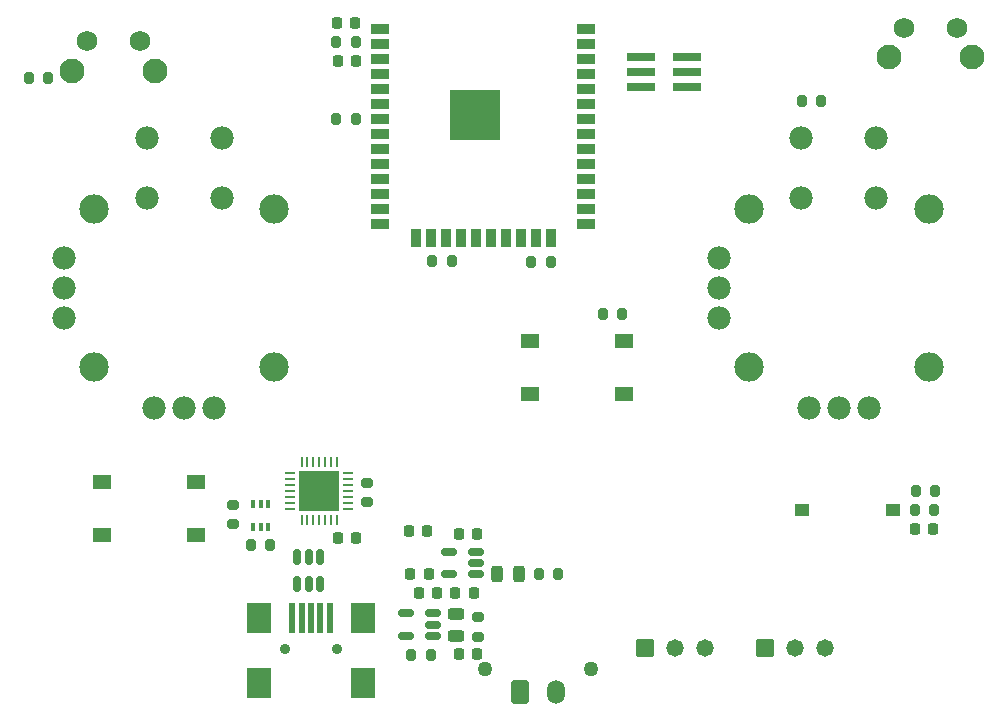
<source format=gbr>
%TF.GenerationSoftware,KiCad,Pcbnew,8.0.6*%
%TF.CreationDate,2025-03-25T19:51:35+01:00*%
%TF.ProjectId,CONTROL WIFI ESP32 S3 V4.0,434f4e54-524f-44c2-9057-494649204553,rev?*%
%TF.SameCoordinates,Original*%
%TF.FileFunction,Soldermask,Top*%
%TF.FilePolarity,Negative*%
%FSLAX46Y46*%
G04 Gerber Fmt 4.6, Leading zero omitted, Abs format (unit mm)*
G04 Created by KiCad (PCBNEW 8.0.6) date 2025-03-25 19:51:35*
%MOMM*%
%LPD*%
G01*
G04 APERTURE LIST*
G04 Aperture macros list*
%AMRoundRect*
0 Rectangle with rounded corners*
0 $1 Rounding radius*
0 $2 $3 $4 $5 $6 $7 $8 $9 X,Y pos of 4 corners*
0 Add a 4 corners polygon primitive as box body*
4,1,4,$2,$3,$4,$5,$6,$7,$8,$9,$2,$3,0*
0 Add four circle primitives for the rounded corners*
1,1,$1+$1,$2,$3*
1,1,$1+$1,$4,$5*
1,1,$1+$1,$6,$7*
1,1,$1+$1,$8,$9*
0 Add four rect primitives between the rounded corners*
20,1,$1+$1,$2,$3,$4,$5,0*
20,1,$1+$1,$4,$5,$6,$7,0*
20,1,$1+$1,$6,$7,$8,$9,0*
20,1,$1+$1,$8,$9,$2,$3,0*%
G04 Aperture macros list end*
%ADD10RoundRect,0.200000X-0.275000X0.200000X-0.275000X-0.200000X0.275000X-0.200000X0.275000X0.200000X0*%
%ADD11RoundRect,0.102000X-0.634000X-0.634000X0.634000X-0.634000X0.634000X0.634000X-0.634000X0.634000X0*%
%ADD12C,1.472000*%
%ADD13RoundRect,0.100000X0.100000X-0.225000X0.100000X0.225000X-0.100000X0.225000X-0.100000X-0.225000X0*%
%ADD14R,1.500000X0.900000*%
%ADD15R,0.900000X1.500000*%
%ADD16C,0.600000*%
%ADD17R,4.200000X4.200000*%
%ADD18RoundRect,0.150000X0.512500X0.150000X-0.512500X0.150000X-0.512500X-0.150000X0.512500X-0.150000X0*%
%ADD19RoundRect,0.200000X0.275000X-0.200000X0.275000X0.200000X-0.275000X0.200000X-0.275000X-0.200000X0*%
%ADD20RoundRect,0.225000X0.225000X0.250000X-0.225000X0.250000X-0.225000X-0.250000X0.225000X-0.250000X0*%
%ADD21C,2.100000*%
%ADD22C,1.750000*%
%ADD23RoundRect,0.243750X-0.243750X-0.456250X0.243750X-0.456250X0.243750X0.456250X-0.243750X0.456250X0*%
%ADD24RoundRect,0.200000X0.200000X0.275000X-0.200000X0.275000X-0.200000X-0.275000X0.200000X-0.275000X0*%
%ADD25RoundRect,0.243750X0.456250X-0.243750X0.456250X0.243750X-0.456250X0.243750X-0.456250X-0.243750X0*%
%ADD26RoundRect,0.225000X-0.225000X-0.250000X0.225000X-0.250000X0.225000X0.250000X-0.225000X0.250000X0*%
%ADD27RoundRect,0.218750X0.218750X0.256250X-0.218750X0.256250X-0.218750X-0.256250X0.218750X-0.256250X0*%
%ADD28R,1.550000X1.300000*%
%ADD29RoundRect,0.200000X-0.200000X-0.275000X0.200000X-0.275000X0.200000X0.275000X-0.200000X0.275000X0*%
%ADD30R,2.400000X0.740000*%
%ADD31RoundRect,0.062500X0.062500X-0.337500X0.062500X0.337500X-0.062500X0.337500X-0.062500X-0.337500X0*%
%ADD32RoundRect,0.062500X0.337500X-0.062500X0.337500X0.062500X-0.337500X0.062500X-0.337500X-0.062500X0*%
%ADD33R,3.350000X3.350000*%
%ADD34R,1.250000X1.000000*%
%ADD35C,1.270000*%
%ADD36RoundRect,0.250001X-0.499999X-0.759999X0.499999X-0.759999X0.499999X0.759999X-0.499999X0.759999X0*%
%ADD37O,1.500000X2.020000*%
%ADD38RoundRect,0.150000X0.150000X-0.512500X0.150000X0.512500X-0.150000X0.512500X-0.150000X-0.512500X0*%
%ADD39C,1.982000*%
%ADD40C,2.490000*%
%ADD41C,0.900000*%
%ADD42R,0.500000X2.500000*%
%ADD43R,2.000000X2.500000*%
G04 APERTURE END LIST*
D10*
%TO.C,R13*%
X64200000Y-121500000D03*
X64200000Y-123150000D03*
%TD*%
D11*
%TO.C,POT1*%
X97950000Y-135500000D03*
D12*
X100490000Y-135500000D03*
X103030000Y-135500000D03*
%TD*%
D13*
%TO.C,Q1*%
X54580000Y-125220000D03*
X55230000Y-125220000D03*
X55880000Y-125220000D03*
X55880000Y-123320000D03*
X55230000Y-123320000D03*
X54580000Y-123320000D03*
%TD*%
D14*
%TO.C,U4*%
X65305000Y-83035000D03*
X65305000Y-84305000D03*
X65305000Y-85575000D03*
X65305000Y-86845000D03*
X65305000Y-88115000D03*
X65305000Y-89385000D03*
X65305000Y-90655000D03*
X65305000Y-91925000D03*
X65305000Y-93195000D03*
X65305000Y-94465000D03*
X65305000Y-95735000D03*
X65305000Y-97005000D03*
X65305000Y-98275000D03*
X65305000Y-99545000D03*
D15*
X68345000Y-100795000D03*
X69615000Y-100795000D03*
X70885000Y-100795000D03*
X72155000Y-100795000D03*
X73425000Y-100795000D03*
X74695000Y-100795000D03*
X75965000Y-100795000D03*
X77235000Y-100795000D03*
X78505000Y-100795000D03*
X79775000Y-100795000D03*
D14*
X82805000Y-99545000D03*
X82805000Y-98275000D03*
X82805000Y-97005000D03*
X82805000Y-95735000D03*
X82805000Y-94465000D03*
X82805000Y-93195000D03*
X82805000Y-91925000D03*
X82805000Y-90655000D03*
X82805000Y-89385000D03*
X82805000Y-88115000D03*
X82805000Y-86845000D03*
X82805000Y-85575000D03*
X82805000Y-84305000D03*
X82805000Y-83035000D03*
D16*
X71850000Y-89612500D03*
X71850000Y-91137500D03*
X72612500Y-88850000D03*
X72612500Y-90375000D03*
X72612500Y-91900000D03*
X73375000Y-89612500D03*
D17*
X73375000Y-90375000D03*
D16*
X73375000Y-91137500D03*
X74137500Y-88850000D03*
X74137500Y-90375000D03*
X74137500Y-91900000D03*
X74900000Y-89612500D03*
X74900000Y-91137500D03*
%TD*%
D18*
%TO.C,U2*%
X73425000Y-129250000D03*
X73425000Y-128300000D03*
X73425000Y-127350000D03*
X71150000Y-127350000D03*
X71150000Y-129250000D03*
%TD*%
D19*
%TO.C,R2*%
X73600000Y-134550000D03*
X73600000Y-132900000D03*
%TD*%
D20*
%TO.C,C3*%
X73575000Y-125800000D03*
X72025000Y-125800000D03*
%TD*%
D21*
%TO.C,SW1*%
X39275000Y-86602500D03*
X46285000Y-86602500D03*
D22*
X40525000Y-84112500D03*
X45025000Y-84112500D03*
%TD*%
D23*
%TO.C,D2*%
X75225000Y-129200000D03*
X77100000Y-129200000D03*
%TD*%
D24*
%TO.C,R3*%
X80450000Y-129200000D03*
X78800000Y-129200000D03*
%TD*%
D25*
%TO.C,D1*%
X71800000Y-134475000D03*
X71800000Y-132600000D03*
%TD*%
D26*
%TO.C,C9*%
X61750000Y-126200000D03*
X63300000Y-126200000D03*
%TD*%
D27*
%TO.C,FB1*%
X73275000Y-130800000D03*
X71700000Y-130800000D03*
%TD*%
D28*
%TO.C,SW3*%
X78020000Y-109450000D03*
X85980000Y-109450000D03*
X78020000Y-113950000D03*
X85980000Y-113950000D03*
%TD*%
D29*
%TO.C,R7*%
X84200000Y-107200000D03*
X85850000Y-107200000D03*
%TD*%
D20*
%TO.C,C1*%
X73575000Y-135950000D03*
X72025000Y-135950000D03*
%TD*%
D29*
%TO.C,R5*%
X35600000Y-87200000D03*
X37250000Y-87200000D03*
%TD*%
%TO.C,R12*%
X101050000Y-89200000D03*
X102700000Y-89200000D03*
%TD*%
D30*
%TO.C,J3*%
X87450000Y-85430000D03*
X91350000Y-85430000D03*
X87450000Y-86700000D03*
X91350000Y-86700000D03*
X87450000Y-87970000D03*
X91350000Y-87970000D03*
%TD*%
D31*
%TO.C,U7*%
X58700000Y-124650000D03*
X59200000Y-124650000D03*
X59700000Y-124650000D03*
X60200000Y-124650000D03*
X60700000Y-124650000D03*
X61200000Y-124650000D03*
X61700000Y-124650000D03*
D32*
X62650000Y-123700000D03*
X62650000Y-123200000D03*
X62650000Y-122700000D03*
X62650000Y-122200000D03*
X62650000Y-121700000D03*
X62650000Y-121200000D03*
X62650000Y-120700000D03*
D31*
X61700000Y-119750000D03*
X61200000Y-119750000D03*
X60700000Y-119750000D03*
X60200000Y-119750000D03*
X59700000Y-119750000D03*
X59200000Y-119750000D03*
X58700000Y-119750000D03*
D32*
X57750000Y-120700000D03*
X57750000Y-121200000D03*
X57750000Y-121700000D03*
X57750000Y-122200000D03*
X57750000Y-122700000D03*
X57750000Y-123200000D03*
X57750000Y-123700000D03*
D33*
X60200000Y-122200000D03*
%TD*%
D34*
%TO.C,BT1*%
X101050000Y-123800000D03*
X108800000Y-123800000D03*
%TD*%
D10*
%TO.C,R15*%
X52900000Y-123375000D03*
X52900000Y-125025000D03*
%TD*%
D29*
%TO.C,R14*%
X54400000Y-126800000D03*
X56050000Y-126800000D03*
%TD*%
D35*
%TO.C,J2*%
X74200000Y-137240000D03*
X83200000Y-137240000D03*
D36*
X77200000Y-139200000D03*
D37*
X80200000Y-139200000D03*
%TD*%
D38*
%TO.C,U3*%
X58350000Y-130037500D03*
X59300000Y-130037500D03*
X60250000Y-130037500D03*
X60250000Y-127762500D03*
X59300000Y-127762500D03*
X58350000Y-127762500D03*
%TD*%
D20*
%TO.C,C4*%
X69450000Y-129200000D03*
X67900000Y-129200000D03*
%TD*%
D29*
%TO.C,R8*%
X78150000Y-102800000D03*
X79800000Y-102800000D03*
%TD*%
%TO.C,R9*%
X61650000Y-84200000D03*
X63300000Y-84200000D03*
%TD*%
D26*
%TO.C,C5*%
X110625000Y-125400000D03*
X112175000Y-125400000D03*
%TD*%
D20*
%TO.C,C2*%
X70200000Y-130800000D03*
X68650000Y-130800000D03*
%TD*%
D28*
%TO.C,SW4*%
X41840000Y-121400000D03*
X49800000Y-121400000D03*
X41840000Y-125900000D03*
X49800000Y-125900000D03*
%TD*%
D20*
%TO.C,C8*%
X69350000Y-125550000D03*
X67800000Y-125550000D03*
%TD*%
D29*
%TO.C,R1*%
X68000000Y-136050000D03*
X69650000Y-136050000D03*
%TD*%
D39*
%TO.C,U5*%
X45575000Y-92300000D03*
X51925000Y-92300000D03*
X45575000Y-97380000D03*
X51925000Y-97380000D03*
X46210000Y-115160000D03*
X48750000Y-115160000D03*
X51290000Y-115160000D03*
D40*
X41130000Y-98332500D03*
X41130000Y-111667500D03*
X56370000Y-111667500D03*
X56370000Y-98332500D03*
D39*
X38590000Y-102460000D03*
X38590000Y-105000000D03*
X38590000Y-107540000D03*
%TD*%
D24*
%TO.C,R11*%
X63300000Y-90700000D03*
X61650000Y-90700000D03*
%TD*%
D26*
%TO.C,C6*%
X61750000Y-85800000D03*
X63300000Y-85800000D03*
%TD*%
D20*
%TO.C,C7*%
X63250000Y-82600000D03*
X61700000Y-82600000D03*
%TD*%
D24*
%TO.C,R10*%
X112350000Y-122200000D03*
X110700000Y-122200000D03*
%TD*%
D18*
%TO.C,U1*%
X69800000Y-134450000D03*
X69800000Y-133500000D03*
X69800000Y-132550000D03*
X67525000Y-132550000D03*
X67525000Y-134450000D03*
%TD*%
D24*
%TO.C,R6*%
X71400000Y-102700000D03*
X69750000Y-102700000D03*
%TD*%
D39*
%TO.C,U6*%
X101005000Y-92300000D03*
X107355000Y-92300000D03*
X101005000Y-97380000D03*
X107355000Y-97380000D03*
X101640000Y-115160000D03*
X104180000Y-115160000D03*
X106720000Y-115160000D03*
D40*
X96560000Y-98332500D03*
X96560000Y-111667500D03*
X111800000Y-111667500D03*
X111800000Y-98332500D03*
D39*
X94020000Y-102460000D03*
X94020000Y-105000000D03*
X94020000Y-107540000D03*
%TD*%
D21*
%TO.C,SW2*%
X108475000Y-85452500D03*
X115485000Y-85452500D03*
D22*
X109725000Y-82962500D03*
X114225000Y-82962500D03*
%TD*%
D24*
%TO.C,R4*%
X112250000Y-123800000D03*
X110600000Y-123800000D03*
%TD*%
D11*
%TO.C,POT2*%
X87760000Y-135500000D03*
D12*
X90300000Y-135500000D03*
X92840000Y-135500000D03*
%TD*%
D41*
%TO.C,J1*%
X57300000Y-135575000D03*
X61700000Y-135575000D03*
D42*
X57900000Y-132975000D03*
X58700000Y-132975000D03*
X59500000Y-132975000D03*
X60300000Y-132975000D03*
X61100000Y-132975000D03*
D43*
X55100000Y-132975000D03*
X55100000Y-138475000D03*
X63900000Y-132975000D03*
X63900000Y-138475000D03*
%TD*%
M02*

</source>
